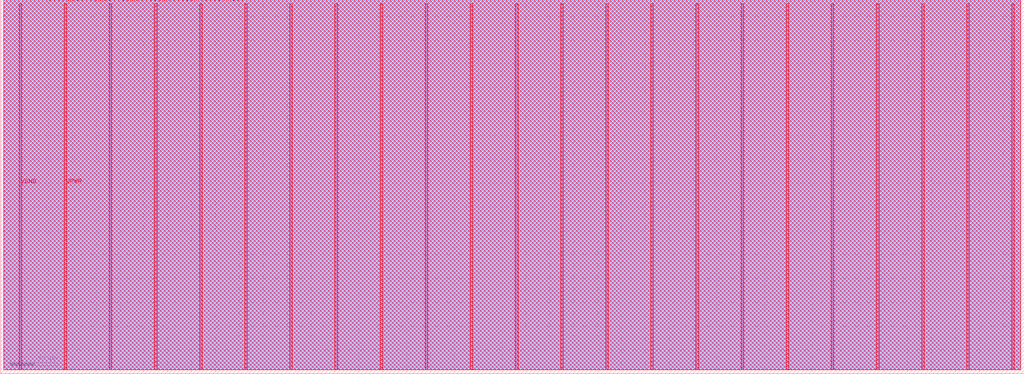
<source format=lef>
VERSION 5.8 ;
BUSBITCHARS "[]" ;
DIVIDERCHAR "/" ;
UNITS
    DATABASE MICRONS 1000 ;
END UNITS

VIA tt_um_hpretl_minilogix_via1_2_2200_440_1_5_410_410
  VIARULE via1Array ;
  CUTSIZE 0.19 0.19 ;
  LAYERS Metal1 Via1 Metal2 ;
  CUTSPACING 0.22 0.22 ;
  ENCLOSURE 0.01 0.125 0.05 0.005 ;
  ROWCOL 1 5 ;
END tt_um_hpretl_minilogix_via1_2_2200_440_1_5_410_410

VIA tt_um_hpretl_minilogix_via2_3_2200_440_1_5_410_410
  VIARULE via2Array ;
  CUTSIZE 0.19 0.19 ;
  LAYERS Metal2 Via2 Metal3 ;
  CUTSPACING 0.22 0.22 ;
  ENCLOSURE 0.05 0.005 0.005 0.05 ;
  ROWCOL 1 5 ;
END tt_um_hpretl_minilogix_via2_3_2200_440_1_5_410_410

VIA tt_um_hpretl_minilogix_via3_4_2200_440_1_5_410_410
  VIARULE via3Array ;
  CUTSIZE 0.19 0.19 ;
  LAYERS Metal3 Via3 Metal4 ;
  CUTSPACING 0.22 0.22 ;
  ENCLOSURE 0.005 0.05 0.05 0.005 ;
  ROWCOL 1 5 ;
END tt_um_hpretl_minilogix_via3_4_2200_440_1_5_410_410

VIA tt_um_hpretl_minilogix_via4_5_2200_440_1_5_410_410
  VIARULE via4Array ;
  CUTSIZE 0.19 0.19 ;
  LAYERS Metal4 Via4 Metal5 ;
  CUTSPACING 0.22 0.22 ;
  ENCLOSURE 0.05 0.005 0.185 0.05 ;
  ROWCOL 1 5 ;
END tt_um_hpretl_minilogix_via4_5_2200_440_1_5_410_410

MACRO tt_um_hpretl_minilogix
  FOREIGN tt_um_hpretl_minilogix 0 0 ;
  CLASS BLOCK ;
  SIZE 857.28 BY 313.74 ;
  PIN clk
    DIRECTION INPUT ;
    USE SIGNAL ;
    PORT
      LAYER Metal5 ;
        RECT  198.57 312.74 198.87 313.74 ;
    END
  END clk
  PIN ena
    DIRECTION INPUT ;
    USE SIGNAL ;
    PORT
      LAYER Metal5 ;
        RECT  202.41 312.74 202.71 313.74 ;
    END
  END ena
  PIN rst_n
    DIRECTION INPUT ;
    USE SIGNAL ;
    PORT
      LAYER Metal5 ;
        RECT  194.73 312.74 195.03 313.74 ;
    END
  END rst_n
  PIN ui_in[0]
    DIRECTION INPUT ;
    USE SIGNAL ;
    PORT
      LAYER Metal5 ;
        RECT  190.89 312.74 191.19 313.74 ;
    END
  END ui_in[0]
  PIN ui_in[1]
    DIRECTION INPUT ;
    USE SIGNAL ;
    PORT
      LAYER Metal5 ;
        RECT  187.05 312.74 187.35 313.74 ;
    END
  END ui_in[1]
  PIN ui_in[2]
    DIRECTION INPUT ;
    USE SIGNAL ;
    PORT
      LAYER Metal5 ;
        RECT  183.21 312.74 183.51 313.74 ;
    END
  END ui_in[2]
  PIN ui_in[3]
    DIRECTION INPUT ;
    USE SIGNAL ;
    PORT
      LAYER Metal5 ;
        RECT  179.37 312.74 179.67 313.74 ;
    END
  END ui_in[3]
  PIN ui_in[4]
    DIRECTION INPUT ;
    USE SIGNAL ;
    PORT
      LAYER Metal5 ;
        RECT  175.53 312.74 175.83 313.74 ;
    END
  END ui_in[4]
  PIN ui_in[5]
    DIRECTION INPUT ;
    USE SIGNAL ;
    PORT
      LAYER Metal5 ;
        RECT  171.69 312.74 171.99 313.74 ;
    END
  END ui_in[5]
  PIN ui_in[6]
    DIRECTION INPUT ;
    USE SIGNAL ;
    PORT
      LAYER Metal5 ;
        RECT  167.85 312.74 168.15 313.74 ;
    END
  END ui_in[6]
  PIN ui_in[7]
    DIRECTION INPUT ;
    USE SIGNAL ;
    PORT
      LAYER Metal5 ;
        RECT  164.01 312.74 164.31 313.74 ;
    END
  END ui_in[7]
  PIN uio_in[0]
    DIRECTION INPUT ;
    USE SIGNAL ;
    PORT
      LAYER Metal5 ;
        RECT  160.17 312.74 160.47 313.74 ;
    END
  END uio_in[0]
  PIN uio_in[1]
    DIRECTION INPUT ;
    USE SIGNAL ;
    PORT
      LAYER Metal5 ;
        RECT  156.33 312.74 156.63 313.74 ;
    END
  END uio_in[1]
  PIN uio_in[2]
    DIRECTION INPUT ;
    USE SIGNAL ;
    PORT
      LAYER Metal5 ;
        RECT  152.49 312.74 152.79 313.74 ;
    END
  END uio_in[2]
  PIN uio_in[3]
    DIRECTION INPUT ;
    USE SIGNAL ;
    PORT
      LAYER Metal5 ;
        RECT  148.65 312.74 148.95 313.74 ;
    END
  END uio_in[3]
  PIN uio_in[4]
    DIRECTION INPUT ;
    USE SIGNAL ;
    PORT
      LAYER Metal5 ;
        RECT  144.81 312.74 145.11 313.74 ;
    END
  END uio_in[4]
  PIN uio_in[5]
    DIRECTION INPUT ;
    USE SIGNAL ;
    PORT
      LAYER Metal5 ;
        RECT  140.97 312.74 141.27 313.74 ;
    END
  END uio_in[5]
  PIN uio_in[6]
    DIRECTION INPUT ;
    USE SIGNAL ;
    PORT
      LAYER Metal5 ;
        RECT  137.13 312.74 137.43 313.74 ;
    END
  END uio_in[6]
  PIN uio_in[7]
    DIRECTION INPUT ;
    USE SIGNAL ;
    PORT
      LAYER Metal5 ;
        RECT  133.29 312.74 133.59 313.74 ;
    END
  END uio_in[7]
  PIN uio_oe[0]
    DIRECTION OUTPUT ;
    USE SIGNAL ;
    PORT
      LAYER Metal5 ;
        RECT  68.01 312.74 68.31 313.74 ;
    END
  END uio_oe[0]
  PIN uio_oe[1]
    DIRECTION OUTPUT ;
    USE SIGNAL ;
    PORT
      LAYER Metal5 ;
        RECT  64.17 312.74 64.47 313.74 ;
    END
  END uio_oe[1]
  PIN uio_oe[2]
    DIRECTION OUTPUT ;
    USE SIGNAL ;
    PORT
      LAYER Metal5 ;
        RECT  60.33 312.74 60.63 313.74 ;
    END
  END uio_oe[2]
  PIN uio_oe[3]
    DIRECTION OUTPUT ;
    USE SIGNAL ;
    PORT
      LAYER Metal5 ;
        RECT  56.49 312.74 56.79 313.74 ;
    END
  END uio_oe[3]
  PIN uio_oe[4]
    DIRECTION OUTPUT ;
    USE SIGNAL ;
    PORT
      LAYER Metal5 ;
        RECT  52.65 312.74 52.95 313.74 ;
    END
  END uio_oe[4]
  PIN uio_oe[5]
    DIRECTION OUTPUT ;
    USE SIGNAL ;
    PORT
      LAYER Metal5 ;
        RECT  48.81 312.74 49.11 313.74 ;
    END
  END uio_oe[5]
  PIN uio_oe[6]
    DIRECTION OUTPUT ;
    USE SIGNAL ;
    PORT
      LAYER Metal5 ;
        RECT  44.97 312.74 45.27 313.74 ;
    END
  END uio_oe[6]
  PIN uio_oe[7]
    DIRECTION OUTPUT ;
    USE SIGNAL ;
    PORT
      LAYER Metal5 ;
        RECT  41.13 312.74 41.43 313.74 ;
    END
  END uio_oe[7]
  PIN uio_out[0]
    DIRECTION OUTPUT ;
    USE SIGNAL ;
    PORT
      LAYER Metal5 ;
        RECT  98.73 312.74 99.03 313.74 ;
    END
  END uio_out[0]
  PIN uio_out[1]
    DIRECTION OUTPUT ;
    USE SIGNAL ;
    PORT
      LAYER Metal5 ;
        RECT  94.89 312.74 95.19 313.74 ;
    END
  END uio_out[1]
  PIN uio_out[2]
    DIRECTION OUTPUT ;
    USE SIGNAL ;
    PORT
      LAYER Metal5 ;
        RECT  91.05 312.74 91.35 313.74 ;
    END
  END uio_out[2]
  PIN uio_out[3]
    DIRECTION OUTPUT ;
    USE SIGNAL ;
    PORT
      LAYER Metal5 ;
        RECT  87.21 312.74 87.51 313.74 ;
    END
  END uio_out[3]
  PIN uio_out[4]
    DIRECTION OUTPUT ;
    USE SIGNAL ;
    PORT
      LAYER Metal5 ;
        RECT  83.37 312.74 83.67 313.74 ;
    END
  END uio_out[4]
  PIN uio_out[5]
    DIRECTION OUTPUT ;
    USE SIGNAL ;
    PORT
      LAYER Metal5 ;
        RECT  79.53 312.74 79.83 313.74 ;
    END
  END uio_out[5]
  PIN uio_out[6]
    DIRECTION OUTPUT ;
    USE SIGNAL ;
    PORT
      LAYER Metal5 ;
        RECT  75.69 312.74 75.99 313.74 ;
    END
  END uio_out[6]
  PIN uio_out[7]
    DIRECTION OUTPUT ;
    USE SIGNAL ;
    PORT
      LAYER Metal5 ;
        RECT  71.85 312.74 72.15 313.74 ;
    END
  END uio_out[7]
  PIN uo_out[0]
    DIRECTION OUTPUT ;
    USE SIGNAL ;
    PORT
      LAYER Metal5 ;
        RECT  129.45 312.74 129.75 313.74 ;
    END
  END uo_out[0]
  PIN uo_out[1]
    DIRECTION OUTPUT ;
    USE SIGNAL ;
    PORT
      LAYER Metal5 ;
        RECT  125.61 312.74 125.91 313.74 ;
    END
  END uo_out[1]
  PIN uo_out[2]
    DIRECTION OUTPUT ;
    USE SIGNAL ;
    PORT
      LAYER Metal5 ;
        RECT  121.77 312.74 122.07 313.74 ;
    END
  END uo_out[2]
  PIN uo_out[3]
    DIRECTION OUTPUT ;
    USE SIGNAL ;
    PORT
      LAYER Metal5 ;
        RECT  117.93 312.74 118.23 313.74 ;
    END
  END uo_out[3]
  PIN uo_out[4]
    DIRECTION OUTPUT ;
    USE SIGNAL ;
    PORT
      LAYER Metal5 ;
        RECT  114.09 312.74 114.39 313.74 ;
    END
  END uo_out[4]
  PIN uo_out[5]
    DIRECTION OUTPUT ;
    USE SIGNAL ;
    PORT
      LAYER Metal5 ;
        RECT  110.25 312.74 110.55 313.74 ;
    END
  END uo_out[5]
  PIN uo_out[6]
    DIRECTION OUTPUT ;
    USE SIGNAL ;
    PORT
      LAYER Metal5 ;
        RECT  106.41 312.74 106.71 313.74 ;
    END
  END uo_out[6]
  PIN uo_out[7]
    DIRECTION OUTPUT ;
    USE SIGNAL ;
    PORT
      LAYER Metal5 ;
        RECT  102.57 312.74 102.87 313.74 ;
    END
  END uo_out[7]
  PIN VGND
    DIRECTION INOUT ;
    USE GROUND ;
    PORT
      LAYER Metal5 ;
        RECT  846.98 3.56 849.18 310.18 ;
        RECT  771.38 3.56 773.58 310.18 ;
        RECT  695.78 3.56 697.98 310.18 ;
        RECT  620.18 3.56 622.38 310.18 ;
        RECT  544.58 3.56 546.78 310.18 ;
        RECT  468.98 3.56 471.18 310.18 ;
        RECT  393.38 3.56 395.58 310.18 ;
        RECT  317.78 3.56 319.98 310.18 ;
        RECT  242.18 3.56 244.38 310.18 ;
        RECT  166.58 3.56 168.78 310.18 ;
        RECT  90.98 3.56 93.18 310.18 ;
        RECT  15.38 3.56 17.58 310.18 ;
    END
  END VGND
  PIN VPWR
    DIRECTION INOUT ;
    USE POWER ;
    PORT
      LAYER Metal5 ;
        RECT  809.18 3.56 811.38 310.18 ;
        RECT  733.58 3.56 735.78 310.18 ;
        RECT  657.98 3.56 660.18 310.18 ;
        RECT  582.38 3.56 584.58 310.18 ;
        RECT  506.78 3.56 508.98 310.18 ;
        RECT  431.18 3.56 433.38 310.18 ;
        RECT  355.58 3.56 357.78 310.18 ;
        RECT  279.98 3.56 282.18 310.18 ;
        RECT  204.38 3.56 206.58 310.18 ;
        RECT  128.78 3.56 130.98 310.18 ;
        RECT  53.18 3.56 55.38 310.18 ;
    END
  END VPWR
  OBS
    LAYER Metal1 ;
     RECT  2.605 3.56 854.4 313.74 ;
    LAYER Metal2 ;
     RECT  2.605 3.56 854.4 313.74 ;
    LAYER Metal3 ;
     RECT  2.605 3.56 854.4 313.74 ;
    LAYER Metal4 ;
     RECT  2.605 3.56 854.4 313.74 ;
    LAYER Metal5 ;
     RECT  2.605 3.56 854.4 313.74 ;
  END
END tt_um_hpretl_minilogix
END LIBRARY

</source>
